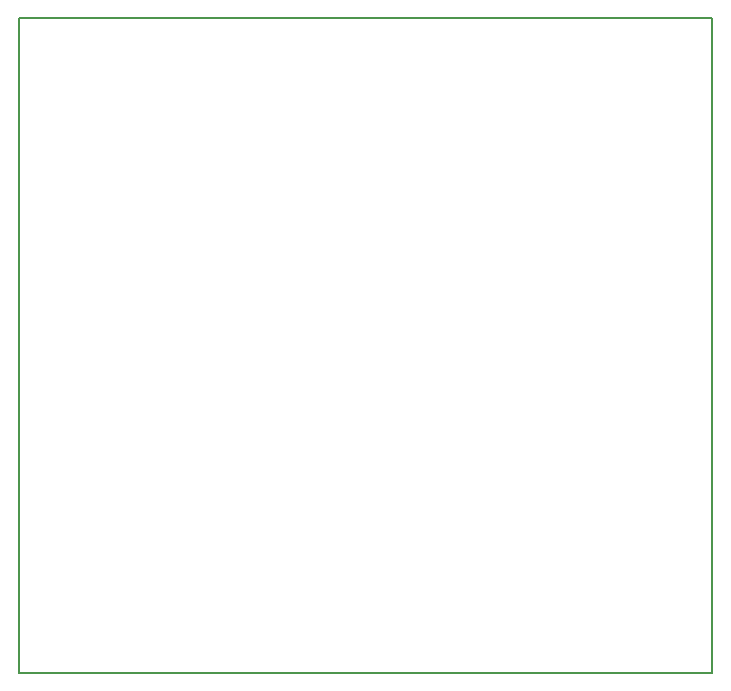
<source format=gko>
G04*
G04 #@! TF.GenerationSoftware,Altium Limited,Altium Designer,21.2.0 (30)*
G04*
G04 Layer_Color=16711935*
%FSLAX25Y25*%
%MOIN*%
G70*
G04*
G04 #@! TF.SameCoordinates,77A29CB9-FCA2-4D4B-8533-71CC963FDA7C*
G04*
G04*
G04 #@! TF.FilePolarity,Positive*
G04*
G01*
G75*
%ADD12C,0.00787*%
D12*
X265700Y427900D02*
X496900D01*
Y209300D02*
Y427900D01*
X265700Y209300D02*
X496900D01*
X265700D02*
Y427900D01*
M02*

</source>
